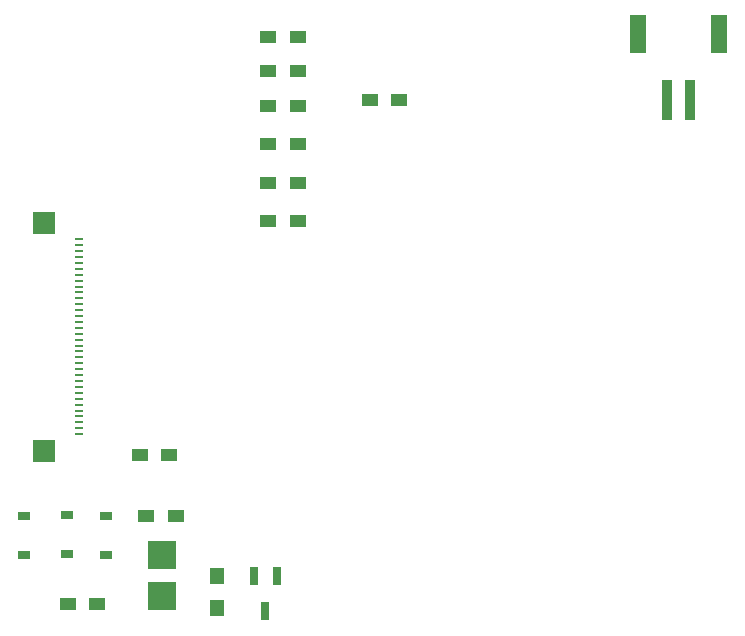
<source format=gtp>
G04 #@! TF.FileFunction,Paste,Top*
%FSLAX46Y46*%
G04 Gerber Fmt 4.6, Leading zero omitted, Abs format (unit mm)*
G04 Created by KiCad (PCBNEW 4.0.6) date Wed Aug 30 21:06:07 2017*
%MOMM*%
%LPD*%
G01*
G04 APERTURE LIST*
%ADD10C,0.100000*%
%ADD11R,0.847600X3.347600*%
%ADD12R,1.447600X3.247600*%
%ADD13R,1.847600X1.847600*%
%ADD14R,0.647600X0.147600*%
%ADD15R,1.347600X1.097600*%
%ADD16R,1.067600X0.757600*%
%ADD17R,2.347600X2.347600*%
%ADD18R,0.647700X1.648460*%
%ADD19R,1.147600X1.347600*%
G04 APERTURE END LIST*
D10*
D11*
X131770120Y-40541160D03*
X129770120Y-40541160D03*
D12*
X134170120Y-34991160D03*
X127370120Y-34991160D03*
D13*
X77078840Y-50977800D03*
D14*
X80031840Y-68854800D03*
X80031840Y-68354800D03*
X80031840Y-67854800D03*
X80031840Y-67354800D03*
X80031840Y-66854800D03*
X80031840Y-66354800D03*
X80031840Y-65854800D03*
X80031840Y-65354800D03*
X80031840Y-64854800D03*
X80031840Y-64354800D03*
X80031840Y-63854800D03*
X80031840Y-63354800D03*
X80031840Y-62854800D03*
X80031840Y-62354800D03*
X80031840Y-61854800D03*
X80031840Y-61354800D03*
X80031840Y-60854800D03*
X80031840Y-60354800D03*
X80031840Y-59854800D03*
X80031840Y-59354800D03*
X80031840Y-58854800D03*
X80031840Y-58354800D03*
X80031840Y-57854800D03*
X80031840Y-57354800D03*
X80031840Y-56854800D03*
X80031840Y-56354800D03*
X80031840Y-55854800D03*
X80031840Y-55354800D03*
X80031840Y-54854800D03*
X80031840Y-54354800D03*
X80031840Y-53854800D03*
X80031840Y-53354800D03*
X80031840Y-52854800D03*
X80031840Y-52354800D03*
D13*
X77078840Y-70281800D03*
D15*
X87668120Y-70596160D03*
X85168120Y-70596160D03*
X104624120Y-40558160D03*
X107124120Y-40558160D03*
X79067340Y-83233260D03*
X81567340Y-83233260D03*
X88188120Y-75806160D03*
X85688120Y-75806160D03*
X98548120Y-38126160D03*
X96048120Y-38126160D03*
X98548120Y-50776160D03*
X96048120Y-50776160D03*
X98548120Y-47576160D03*
X96048120Y-47576160D03*
X98548120Y-44326160D03*
X96048120Y-44326160D03*
X98548120Y-35226160D03*
X96048120Y-35226160D03*
X98548120Y-41076160D03*
X96048120Y-41076160D03*
D16*
X78958440Y-75730860D03*
X78958440Y-79000860D03*
X82255360Y-75814680D03*
X82255360Y-79084680D03*
X75354180Y-79084680D03*
X75354180Y-75814680D03*
D17*
X87008120Y-82586160D03*
X87008120Y-79086160D03*
D18*
X96738120Y-80835020D03*
X94838120Y-80835020D03*
X95788120Y-83837300D03*
D19*
X91668120Y-80836160D03*
X91668120Y-83536160D03*
M02*

</source>
